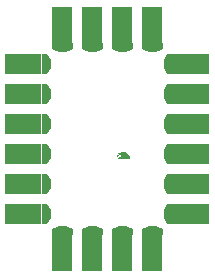
<source format=gbs>
G04 DipTrace 2.4.0.2*
%INPCA9685.gbs*%
%MOMM*%
%ADD57R,2.082X1.75*%
%ADD58R,1.65X1.75*%
%ADD59R,1.75X2.082*%
%ADD60R,1.75X1.65*%
%FSLAX53Y53*%
G04*
G71*
G90*
G75*
G01*
%LNBotMask*%
%LPD*%
D60*
X21430Y29050D3*
X18890D3*
X16350D3*
X13810D3*
G36*
X18015Y27775D2*
Y28280D1*
X19765D1*
Y27775D1*
X19221Y27495D1*
X18559D1*
X18015Y27775D1*
G37*
G36*
X20555D2*
Y28280D1*
X22305D1*
Y27775D1*
X21761Y27495D1*
X21099D1*
X20555Y27775D1*
G37*
G36*
X12935D2*
Y28280D1*
X14685D1*
Y27775D1*
X14141Y27495D1*
X13479D1*
X12935Y27775D1*
G37*
G36*
X15475D2*
Y28280D1*
X17225D1*
Y27775D1*
X16681Y27495D1*
X16019D1*
X15475Y27775D1*
G37*
D59*
X21430Y30320D3*
X18890D3*
X16350D3*
X13810D3*
D60*
Y11270D3*
X16350D3*
X18890D3*
X21430D3*
G36*
X17225Y12545D2*
Y12040D1*
X15475D1*
Y12545D1*
X16019Y12825D1*
X16681D1*
X17225Y12545D1*
G37*
G36*
X14685D2*
Y12040D1*
X12935D1*
Y12545D1*
X13479Y12825D1*
X14141D1*
X14685Y12545D1*
G37*
G36*
X22305D2*
Y12040D1*
X20555D1*
Y12545D1*
X21099Y12825D1*
X21761D1*
X22305Y12545D1*
G37*
G36*
X19765D2*
Y12040D1*
X18015D1*
Y12545D1*
X18559Y12825D1*
X19221D1*
X19765Y12545D1*
G37*
D59*
X13810Y10000D3*
X16350D3*
X18890D3*
X21430D3*
D58*
X11270Y26510D3*
Y23970D3*
Y21430D3*
Y18890D3*
Y16350D3*
Y13810D3*
G36*
X12545Y23095D2*
X12040D1*
Y24845D1*
X12545D1*
X12825Y24301D1*
Y23639D1*
X12545Y23095D1*
G37*
G36*
Y25635D2*
X12040D1*
Y27385D1*
X12545D1*
X12825Y26841D1*
Y26179D1*
X12545Y25635D1*
G37*
G36*
Y20555D2*
X12040D1*
Y22305D1*
X12545D1*
X12825Y21761D1*
Y21099D1*
X12545Y20555D1*
G37*
G36*
Y15475D2*
X12040D1*
Y17225D1*
X12545D1*
X12825Y16681D1*
Y16019D1*
X12545Y15475D1*
G37*
G36*
Y18015D2*
X12040D1*
Y19765D1*
X12545D1*
X12825Y19221D1*
Y18559D1*
X12545Y18015D1*
G37*
G36*
Y12935D2*
X12040D1*
Y14685D1*
X12545D1*
X12825Y14141D1*
Y13479D1*
X12545Y12935D1*
G37*
D57*
X10000Y26510D3*
Y23970D3*
Y21430D3*
Y18890D3*
Y16350D3*
Y13810D3*
D58*
X23970D3*
Y16350D3*
Y18890D3*
Y21430D3*
Y23970D3*
Y26510D3*
G36*
X22695Y17225D2*
X23200D1*
Y15475D1*
X22695D1*
X22415Y16019D1*
Y16681D1*
X22695Y17225D1*
G37*
G36*
Y14685D2*
X23200D1*
Y12935D1*
X22695D1*
X22415Y13479D1*
Y14141D1*
X22695Y14685D1*
G37*
G36*
Y19765D2*
X23200D1*
Y18015D1*
X22695D1*
X22415Y18559D1*
Y19221D1*
X22695Y19765D1*
G37*
G36*
Y24845D2*
X23200D1*
Y23095D1*
X22695D1*
X22415Y23639D1*
Y24301D1*
X22695Y24845D1*
G37*
G36*
Y22305D2*
X23200D1*
Y20555D1*
X22695D1*
X22415Y21099D1*
Y21761D1*
X22695Y22305D1*
G37*
G36*
Y27385D2*
X23200D1*
Y25635D1*
X22695D1*
X22415Y26179D1*
Y26841D1*
X22695Y27385D1*
G37*
D57*
X25240Y13810D3*
Y16350D3*
Y18890D3*
Y21430D3*
Y23970D3*
Y26510D3*
G36*
X19557Y18466D2*
X19528Y18656D1*
X19468Y18804D1*
X19392Y18898D1*
X19316Y18974D1*
X19203Y19037D1*
X19138Y19063D1*
X19043Y19083D1*
X18992Y19093D1*
X18910Y19098D1*
X18845Y19075D1*
X18807Y19037D1*
X18781Y19012D1*
X18717Y18999D1*
X18692Y19004D1*
X18641Y19019D1*
X18614Y19050D1*
X18515Y18968D1*
X18565Y18892D1*
Y18874D1*
X18476Y18838D1*
X18464Y18783D1*
X18454Y18682D1*
X18706Y18788D1*
X18738D1*
X18781Y18781D1*
X18791Y18758D1*
X18771Y18707D1*
X18656Y18644D1*
X18484Y18573D1*
X18509Y18522D1*
X18573Y18468D1*
X18763Y18542D1*
X18757Y18504D1*
Y18466D1*
X19557D1*
G37*
M02*

</source>
